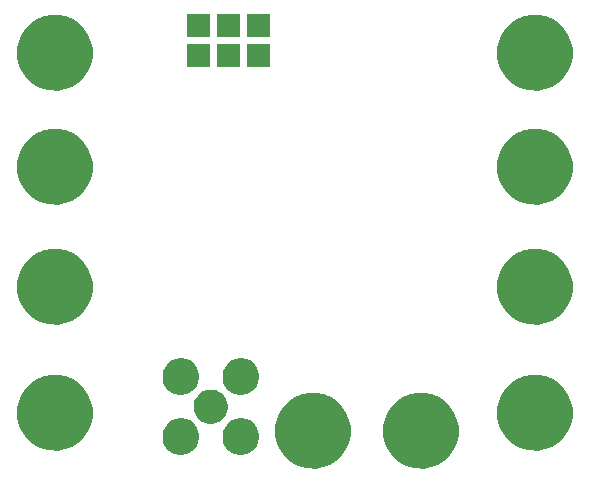
<source format=gbr>
G04 #@! TF.FileFunction,Soldermask,Bot*
%FSLAX46Y46*%
G04 Gerber Fmt 4.6, Leading zero omitted, Abs format (unit mm)*
G04 Created by KiCad (PCBNEW 4.0.3-stable) date 09/22/16 08:09:05*
%MOMM*%
%LPD*%
G01*
G04 APERTURE LIST*
%ADD10C,0.500000*%
G04 APERTURE END LIST*
D10*
G36*
X27260110Y6753872D02*
X27874848Y6627685D01*
X28453363Y6384500D01*
X28973631Y6033574D01*
X29415824Y5588283D01*
X29763105Y5065582D01*
X30002249Y4485378D01*
X30124004Y3870466D01*
X30124004Y3870449D01*
X30124137Y3869776D01*
X30114128Y3152993D01*
X30113977Y3152330D01*
X30113977Y3152306D01*
X29975099Y2541032D01*
X29719851Y1967739D01*
X29358107Y1454933D01*
X28903653Y1022162D01*
X28373787Y685900D01*
X27788712Y458964D01*
X27170688Y349989D01*
X26543273Y363132D01*
X25930359Y497890D01*
X25355293Y749129D01*
X24839980Y1107282D01*
X24404044Y1558706D01*
X24064093Y2086208D01*
X23833075Y2669693D01*
X23719790Y3286936D01*
X23728551Y3914424D01*
X23859027Y4528266D01*
X24106248Y5105075D01*
X24460795Y5622877D01*
X24909163Y6061952D01*
X25434276Y6405576D01*
X26016132Y6640661D01*
X26632571Y6758254D01*
X27260110Y6753872D01*
X27260110Y6753872D01*
G37*
G36*
X36404110Y6753872D02*
X37018848Y6627685D01*
X37597363Y6384500D01*
X38117631Y6033574D01*
X38559824Y5588283D01*
X38907105Y5065582D01*
X39146249Y4485378D01*
X39268004Y3870466D01*
X39268004Y3870449D01*
X39268137Y3869776D01*
X39258128Y3152993D01*
X39257977Y3152330D01*
X39257977Y3152306D01*
X39119099Y2541032D01*
X38863851Y1967739D01*
X38502107Y1454933D01*
X38047653Y1022162D01*
X37517787Y685900D01*
X36932712Y458964D01*
X36314688Y349989D01*
X35687273Y363132D01*
X35074359Y497890D01*
X34499293Y749129D01*
X33983980Y1107282D01*
X33548044Y1558706D01*
X33208093Y2086208D01*
X32977075Y2669693D01*
X32863790Y3286936D01*
X32872551Y3914424D01*
X33003027Y4528266D01*
X33250248Y5105075D01*
X33604795Y5622877D01*
X34053163Y6061952D01*
X34578276Y6405576D01*
X35160132Y6640661D01*
X35776571Y6758254D01*
X36404110Y6753872D01*
X36404110Y6753872D01*
G37*
G36*
X15910804Y4596971D02*
X16208569Y4535849D01*
X16488786Y4418057D01*
X16740793Y4248077D01*
X16954980Y4032389D01*
X17123193Y3779206D01*
X17239030Y3498165D01*
X17297934Y3200678D01*
X17297934Y3200658D01*
X17298067Y3199985D01*
X17293219Y2852793D01*
X17293067Y2852125D01*
X17293067Y2852107D01*
X17225878Y2556375D01*
X17102241Y2278680D01*
X16927025Y2030296D01*
X16706897Y1820671D01*
X16450240Y1657792D01*
X16166848Y1547871D01*
X15867489Y1495085D01*
X15563585Y1501452D01*
X15266704Y1566726D01*
X14988159Y1688418D01*
X14738550Y1861902D01*
X14527395Y2080559D01*
X14362731Y2336068D01*
X14250829Y2618697D01*
X14195958Y2917671D01*
X14200202Y3221611D01*
X14263402Y3518946D01*
X14383147Y3798332D01*
X14554884Y4049146D01*
X14772059Y4261820D01*
X15026417Y4428267D01*
X15308249Y4542135D01*
X15606839Y4599094D01*
X15910804Y4596971D01*
X15910804Y4596971D01*
G37*
G36*
X20990804Y4596971D02*
X21288569Y4535849D01*
X21568786Y4418057D01*
X21820793Y4248077D01*
X22034980Y4032389D01*
X22203193Y3779206D01*
X22319030Y3498165D01*
X22377934Y3200678D01*
X22377934Y3200658D01*
X22378067Y3199985D01*
X22373219Y2852793D01*
X22373067Y2852125D01*
X22373067Y2852107D01*
X22305878Y2556375D01*
X22182241Y2278680D01*
X22007025Y2030296D01*
X21786897Y1820671D01*
X21530240Y1657792D01*
X21246848Y1547871D01*
X20947489Y1495085D01*
X20643585Y1501452D01*
X20346704Y1566726D01*
X20068159Y1688418D01*
X19818550Y1861902D01*
X19607395Y2080559D01*
X19442731Y2336068D01*
X19330829Y2618697D01*
X19275958Y2917671D01*
X19280202Y3221611D01*
X19343402Y3518946D01*
X19463147Y3798332D01*
X19634884Y4049146D01*
X19852059Y4261820D01*
X20106417Y4428267D01*
X20388249Y4542135D01*
X20686839Y4599094D01*
X20990804Y4596971D01*
X20990804Y4596971D01*
G37*
G36*
X46056110Y8277872D02*
X46670848Y8151685D01*
X47249363Y7908500D01*
X47769631Y7557574D01*
X48211824Y7112283D01*
X48559105Y6589582D01*
X48798249Y6009378D01*
X48920004Y5394466D01*
X48920004Y5394449D01*
X48920137Y5393776D01*
X48910128Y4676993D01*
X48909977Y4676330D01*
X48909977Y4676306D01*
X48771099Y4065032D01*
X48515851Y3491739D01*
X48154107Y2978933D01*
X47699653Y2546162D01*
X47169787Y2209900D01*
X46584712Y1982964D01*
X45966688Y1873989D01*
X45339273Y1887132D01*
X44726359Y2021890D01*
X44151293Y2273129D01*
X43635980Y2631282D01*
X43200044Y3082706D01*
X42860093Y3610208D01*
X42629075Y4193693D01*
X42515790Y4810936D01*
X42524551Y5438424D01*
X42655027Y6052266D01*
X42902248Y6629075D01*
X43256795Y7146877D01*
X43705163Y7585952D01*
X44230276Y7929576D01*
X44812132Y8164661D01*
X45428571Y8282254D01*
X46056110Y8277872D01*
X46056110Y8277872D01*
G37*
G36*
X5416110Y8277872D02*
X6030848Y8151685D01*
X6609363Y7908500D01*
X7129631Y7557574D01*
X7571824Y7112283D01*
X7919105Y6589582D01*
X8158249Y6009378D01*
X8280004Y5394466D01*
X8280004Y5394449D01*
X8280137Y5393776D01*
X8270128Y4676993D01*
X8269977Y4676330D01*
X8269977Y4676306D01*
X8131099Y4065032D01*
X7875851Y3491739D01*
X7514107Y2978933D01*
X7059653Y2546162D01*
X6529787Y2209900D01*
X5944712Y1982964D01*
X5326688Y1873989D01*
X4699273Y1887132D01*
X4086359Y2021890D01*
X3511293Y2273129D01*
X2995980Y2631282D01*
X2560044Y3082706D01*
X2220093Y3610208D01*
X1989075Y4193693D01*
X1875790Y4810936D01*
X1884551Y5438424D01*
X2015027Y6052266D01*
X2262248Y6629075D01*
X2616795Y7146877D01*
X3065163Y7585952D01*
X3590276Y7929576D01*
X4172132Y8164661D01*
X4788571Y8282254D01*
X5416110Y8277872D01*
X5416110Y8277872D01*
G37*
G36*
X18440300Y7037038D02*
X18718857Y6979859D01*
X18980992Y6869668D01*
X19216739Y6710654D01*
X19417112Y6508878D01*
X19574471Y6272032D01*
X19682835Y6009122D01*
X19737930Y5730872D01*
X19737930Y5730848D01*
X19738062Y5730180D01*
X19733527Y5405387D01*
X19733376Y5404724D01*
X19733376Y5404700D01*
X19670532Y5128096D01*
X19554870Y4868316D01*
X19390956Y4635951D01*
X19185033Y4439854D01*
X18944936Y4287484D01*
X18679824Y4184653D01*
X18399780Y4135273D01*
X18115482Y4141229D01*
X17837756Y4202290D01*
X17577179Y4316134D01*
X17343677Y4478422D01*
X17146143Y4682974D01*
X16992102Y4922000D01*
X16887422Y5186392D01*
X16836089Y5466081D01*
X16840059Y5750410D01*
X16899182Y6028558D01*
X17011204Y6289927D01*
X17171859Y6524556D01*
X17375026Y6723512D01*
X17612966Y6879216D01*
X17876620Y6985740D01*
X18155946Y7039024D01*
X18440300Y7037038D01*
X18440300Y7037038D01*
G37*
G36*
X20990804Y9676971D02*
X21288569Y9615849D01*
X21568786Y9498057D01*
X21820793Y9328077D01*
X22034980Y9112389D01*
X22203193Y8859206D01*
X22319030Y8578165D01*
X22377934Y8280678D01*
X22377934Y8280658D01*
X22378067Y8279985D01*
X22373219Y7932793D01*
X22373067Y7932125D01*
X22373067Y7932107D01*
X22305878Y7636375D01*
X22182241Y7358680D01*
X22007025Y7110296D01*
X21786897Y6900671D01*
X21530240Y6737792D01*
X21246848Y6627871D01*
X20947489Y6575085D01*
X20643585Y6581452D01*
X20346704Y6646726D01*
X20068159Y6768418D01*
X19818550Y6941902D01*
X19607395Y7160559D01*
X19442731Y7416068D01*
X19330829Y7698697D01*
X19275958Y7997671D01*
X19280202Y8301611D01*
X19343402Y8598946D01*
X19463147Y8878332D01*
X19634884Y9129146D01*
X19852059Y9341820D01*
X20106417Y9508267D01*
X20388249Y9622135D01*
X20686839Y9679094D01*
X20990804Y9676971D01*
X20990804Y9676971D01*
G37*
G36*
X15910804Y9676971D02*
X16208569Y9615849D01*
X16488786Y9498057D01*
X16740793Y9328077D01*
X16954980Y9112389D01*
X17123193Y8859206D01*
X17239030Y8578165D01*
X17297934Y8280678D01*
X17297934Y8280658D01*
X17298067Y8279985D01*
X17293219Y7932793D01*
X17293067Y7932125D01*
X17293067Y7932107D01*
X17225878Y7636375D01*
X17102241Y7358680D01*
X16927025Y7110296D01*
X16706897Y6900671D01*
X16450240Y6737792D01*
X16166848Y6627871D01*
X15867489Y6575085D01*
X15563585Y6581452D01*
X15266704Y6646726D01*
X14988159Y6768418D01*
X14738550Y6941902D01*
X14527395Y7160559D01*
X14362731Y7416068D01*
X14250829Y7698697D01*
X14195958Y7997671D01*
X14200202Y8301611D01*
X14263402Y8598946D01*
X14383147Y8878332D01*
X14554884Y9129146D01*
X14772059Y9341820D01*
X15026417Y9508267D01*
X15308249Y9622135D01*
X15606839Y9679094D01*
X15910804Y9676971D01*
X15910804Y9676971D01*
G37*
G36*
X46056110Y18945872D02*
X46670848Y18819685D01*
X47249363Y18576500D01*
X47769631Y18225574D01*
X48211824Y17780283D01*
X48559105Y17257582D01*
X48798249Y16677378D01*
X48920004Y16062466D01*
X48920004Y16062449D01*
X48920137Y16061776D01*
X48910128Y15344993D01*
X48909977Y15344330D01*
X48909977Y15344306D01*
X48771099Y14733032D01*
X48515851Y14159739D01*
X48154107Y13646933D01*
X47699653Y13214162D01*
X47169787Y12877900D01*
X46584712Y12650964D01*
X45966688Y12541989D01*
X45339273Y12555132D01*
X44726359Y12689890D01*
X44151293Y12941129D01*
X43635980Y13299282D01*
X43200044Y13750706D01*
X42860093Y14278208D01*
X42629075Y14861693D01*
X42515790Y15478936D01*
X42524551Y16106424D01*
X42655027Y16720266D01*
X42902248Y17297075D01*
X43256795Y17814877D01*
X43705163Y18253952D01*
X44230276Y18597576D01*
X44812132Y18832661D01*
X45428571Y18950254D01*
X46056110Y18945872D01*
X46056110Y18945872D01*
G37*
G36*
X5416110Y18945872D02*
X6030848Y18819685D01*
X6609363Y18576500D01*
X7129631Y18225574D01*
X7571824Y17780283D01*
X7919105Y17257582D01*
X8158249Y16677378D01*
X8280004Y16062466D01*
X8280004Y16062449D01*
X8280137Y16061776D01*
X8270128Y15344993D01*
X8269977Y15344330D01*
X8269977Y15344306D01*
X8131099Y14733032D01*
X7875851Y14159739D01*
X7514107Y13646933D01*
X7059653Y13214162D01*
X6529787Y12877900D01*
X5944712Y12650964D01*
X5326688Y12541989D01*
X4699273Y12555132D01*
X4086359Y12689890D01*
X3511293Y12941129D01*
X2995980Y13299282D01*
X2560044Y13750706D01*
X2220093Y14278208D01*
X1989075Y14861693D01*
X1875790Y15478936D01*
X1884551Y16106424D01*
X2015027Y16720266D01*
X2262248Y17297075D01*
X2616795Y17814877D01*
X3065163Y18253952D01*
X3590276Y18597576D01*
X4172132Y18832661D01*
X4788571Y18950254D01*
X5416110Y18945872D01*
X5416110Y18945872D01*
G37*
G36*
X5416110Y29105872D02*
X6030848Y28979685D01*
X6609363Y28736500D01*
X7129631Y28385574D01*
X7571824Y27940283D01*
X7919105Y27417582D01*
X8158249Y26837378D01*
X8280004Y26222466D01*
X8280004Y26222449D01*
X8280137Y26221776D01*
X8270128Y25504993D01*
X8269977Y25504330D01*
X8269977Y25504306D01*
X8131099Y24893032D01*
X7875851Y24319739D01*
X7514107Y23806933D01*
X7059653Y23374162D01*
X6529787Y23037900D01*
X5944712Y22810964D01*
X5326688Y22701989D01*
X4699273Y22715132D01*
X4086359Y22849890D01*
X3511293Y23101129D01*
X2995980Y23459282D01*
X2560044Y23910706D01*
X2220093Y24438208D01*
X1989075Y25021693D01*
X1875790Y25638936D01*
X1884551Y26266424D01*
X2015027Y26880266D01*
X2262248Y27457075D01*
X2616795Y27974877D01*
X3065163Y28413952D01*
X3590276Y28757576D01*
X4172132Y28992661D01*
X4788571Y29110254D01*
X5416110Y29105872D01*
X5416110Y29105872D01*
G37*
G36*
X46056110Y29105872D02*
X46670848Y28979685D01*
X47249363Y28736500D01*
X47769631Y28385574D01*
X48211824Y27940283D01*
X48559105Y27417582D01*
X48798249Y26837378D01*
X48920004Y26222466D01*
X48920004Y26222449D01*
X48920137Y26221776D01*
X48910128Y25504993D01*
X48909977Y25504330D01*
X48909977Y25504306D01*
X48771099Y24893032D01*
X48515851Y24319739D01*
X48154107Y23806933D01*
X47699653Y23374162D01*
X47169787Y23037900D01*
X46584712Y22810964D01*
X45966688Y22701989D01*
X45339273Y22715132D01*
X44726359Y22849890D01*
X44151293Y23101129D01*
X43635980Y23459282D01*
X43200044Y23910706D01*
X42860093Y24438208D01*
X42629075Y25021693D01*
X42515790Y25638936D01*
X42524551Y26266424D01*
X42655027Y26880266D01*
X42902248Y27457075D01*
X43256795Y27974877D01*
X43705163Y28413952D01*
X44230276Y28757576D01*
X44812132Y28992661D01*
X45428571Y29110254D01*
X46056110Y29105872D01*
X46056110Y29105872D01*
G37*
G36*
X46056110Y38757872D02*
X46670848Y38631685D01*
X47249363Y38388500D01*
X47769631Y38037574D01*
X48211824Y37592283D01*
X48559105Y37069582D01*
X48798249Y36489378D01*
X48920004Y35874466D01*
X48920004Y35874449D01*
X48920137Y35873776D01*
X48910128Y35156993D01*
X48909977Y35156330D01*
X48909977Y35156306D01*
X48771099Y34545032D01*
X48515851Y33971739D01*
X48154107Y33458933D01*
X47699653Y33026162D01*
X47169787Y32689900D01*
X46584712Y32462964D01*
X45966688Y32353989D01*
X45339273Y32367132D01*
X44726359Y32501890D01*
X44151293Y32753129D01*
X43635980Y33111282D01*
X43200044Y33562706D01*
X42860093Y34090208D01*
X42629075Y34673693D01*
X42515790Y35290936D01*
X42524551Y35918424D01*
X42655027Y36532266D01*
X42902248Y37109075D01*
X43256795Y37626877D01*
X43705163Y38065952D01*
X44230276Y38409576D01*
X44812132Y38644661D01*
X45428571Y38762254D01*
X46056110Y38757872D01*
X46056110Y38757872D01*
G37*
G36*
X5416110Y38757872D02*
X6030848Y38631685D01*
X6609363Y38388500D01*
X7129631Y38037574D01*
X7571824Y37592283D01*
X7919105Y37069582D01*
X8158249Y36489378D01*
X8280004Y35874466D01*
X8280004Y35874449D01*
X8280137Y35873776D01*
X8270128Y35156993D01*
X8269977Y35156330D01*
X8269977Y35156306D01*
X8131099Y34545032D01*
X7875851Y33971739D01*
X7514107Y33458933D01*
X7059653Y33026162D01*
X6529787Y32689900D01*
X5944712Y32462964D01*
X5326688Y32353989D01*
X4699273Y32367132D01*
X4086359Y32501890D01*
X3511293Y32753129D01*
X2995980Y33111282D01*
X2560044Y33562706D01*
X2220093Y34090208D01*
X1989075Y34673693D01*
X1875790Y35290936D01*
X1884551Y35918424D01*
X2015027Y36532266D01*
X2262248Y37109075D01*
X2616795Y37626877D01*
X3065163Y38065952D01*
X3590276Y38409576D01*
X4172132Y38644661D01*
X4788571Y38762254D01*
X5416110Y38757872D01*
X5416110Y38757872D01*
G37*
G36*
X23314000Y34344000D02*
X21390000Y34344000D01*
X21390000Y36268000D01*
X23314000Y36268000D01*
X23314000Y34344000D01*
X23314000Y34344000D01*
G37*
G36*
X20774000Y34344000D02*
X18850000Y34344000D01*
X18850000Y36268000D01*
X20774000Y36268000D01*
X20774000Y34344000D01*
X20774000Y34344000D01*
G37*
G36*
X18234000Y34344000D02*
X16310000Y34344000D01*
X16310000Y36268000D01*
X18234000Y36268000D01*
X18234000Y34344000D01*
X18234000Y34344000D01*
G37*
G36*
X23314000Y36884000D02*
X21390000Y36884000D01*
X21390000Y38808000D01*
X23314000Y38808000D01*
X23314000Y36884000D01*
X23314000Y36884000D01*
G37*
G36*
X20774000Y36884000D02*
X18850000Y36884000D01*
X18850000Y38808000D01*
X20774000Y38808000D01*
X20774000Y36884000D01*
X20774000Y36884000D01*
G37*
G36*
X18234000Y36884000D02*
X16310000Y36884000D01*
X16310000Y38808000D01*
X18234000Y38808000D01*
X18234000Y36884000D01*
X18234000Y36884000D01*
G37*
M02*

</source>
